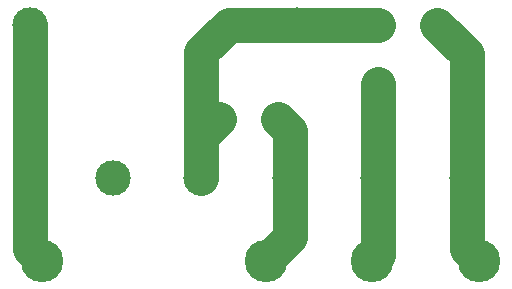
<source format=gtl>
G04 #@! TF.GenerationSoftware,KiCad,Pcbnew,5.1.5-52549c5~84~ubuntu18.04.1*
G04 #@! TF.CreationDate,2020-01-16T13:38:08+00:00*
G04 #@! TF.ProjectId,012-fx888d-repair,3031322d-6678-4383-9838-642d72657061,1*
G04 #@! TF.SameCoordinates,Original*
G04 #@! TF.FileFunction,Copper,L1,Top*
G04 #@! TF.FilePolarity,Positive*
%FSLAX46Y46*%
G04 Gerber Fmt 4.6, Leading zero omitted, Abs format (unit mm)*
G04 Created by KiCad (PCBNEW 5.1.5-52549c5~84~ubuntu18.04.1) date 2020-01-16 13:38:08*
%MOMM*%
%LPD*%
G04 APERTURE LIST*
%ADD10C,3.600000*%
%ADD11C,2.000000*%
%ADD12C,3.000000*%
%ADD13C,3.000000*%
G04 APERTURE END LIST*
D10*
X154000000Y-125000000D03*
X173000000Y-125000000D03*
X182000000Y-125000000D03*
D11*
X182500000Y-105000000D03*
X182500000Y-110000000D03*
X182500000Y-105000000D03*
X187500000Y-105000000D03*
X169000000Y-113000000D03*
X174000000Y-113000000D03*
D10*
X191000000Y-125000000D03*
D12*
X153000000Y-105000000D03*
X175600000Y-105000000D03*
X160000000Y-118000000D03*
X167500000Y-118000000D03*
X175000000Y-118000000D03*
X182500000Y-118000000D03*
X190000000Y-118000000D03*
D13*
X167500000Y-114500000D02*
X169000000Y-113000000D01*
X167500000Y-118000000D02*
X167500000Y-114500000D01*
X175600000Y-105000000D02*
X182500000Y-105000000D01*
X167500000Y-118000000D02*
X167500000Y-107325000D01*
X169825000Y-105000000D02*
X175600000Y-105000000D01*
X167500000Y-107325000D02*
X169825000Y-105000000D01*
X153000000Y-124000000D02*
X154000000Y-125000000D01*
X153000000Y-105000000D02*
X153000000Y-124000000D01*
X175000000Y-123000000D02*
X173000000Y-125000000D01*
X175000000Y-118000000D02*
X175000000Y-123000000D01*
X175000000Y-114000000D02*
X174000000Y-113000000D01*
X175000000Y-118000000D02*
X175000000Y-114000000D01*
X182500000Y-124500000D02*
X182000000Y-125000000D01*
X182500000Y-118000000D02*
X182500000Y-124500000D01*
X182500000Y-110000000D02*
X182500000Y-118000000D01*
X190000000Y-107500000D02*
X187500000Y-105000000D01*
X190000000Y-118000000D02*
X190000000Y-107500000D01*
X190000000Y-124000000D02*
X191000000Y-125000000D01*
X190000000Y-118000000D02*
X190000000Y-124000000D01*
M02*

</source>
